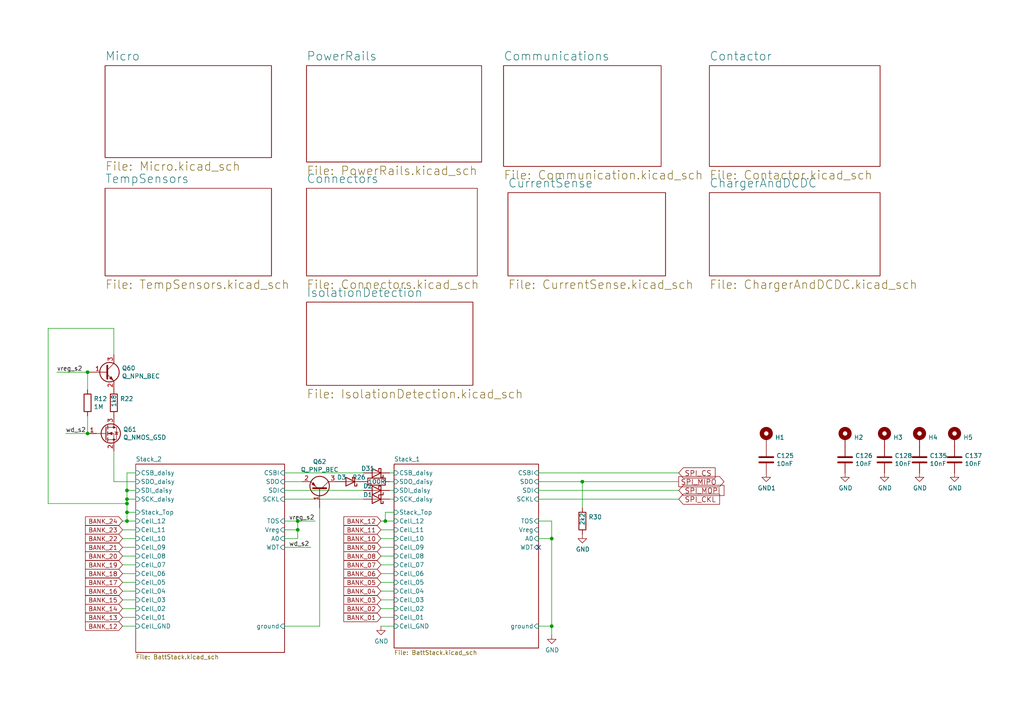
<source format=kicad_sch>
(kicad_sch (version 20211123) (generator eeschema)
  (paper "A4")
  (lib_symbols
    (symbol "Device:C" (pin_numbers hide) (pin_names (offset 0.254))
      (property "Reference" "C" (at 0.635 2.54 0))
      (property "Value" "C" (at 0.635 -2.54 0))
      (symbol "C_0_1"
        (polyline (pts (xy -2.032 -0.762) (xy 2.032 -0.762)) (stroke (width 0.508)))
        (polyline (pts (xy -2.032 0.762) (xy 2.032 0.762)) (stroke (width 0.508)))
      )
      (symbol "C_1_1"
        (pin passive line (at 0 3.81 270) (length 2.794) (name "~") (number "1"))
        (pin passive line (at 0 -3.81 90) (length 2.794) (name "~") (number "2"))
      )
    )
    (symbol "Device:D_Schottky" (pin_numbers hide) (pin_names (offset 1.016) hide)
      (property "Reference" "D" (at 0 2.54 0))
      (property "Value" "D_Schottky" (at 0 -2.54 0))
      (symbol "D_Schottky_0_1"
        (polyline (pts (xy 1.27 0) (xy -1.27 0)))
        (polyline (pts (xy 1.27 1.27) (xy 1.27 -1.27) (xy -1.27 0) (xy 1.27 1.27)) (stroke (width 0.254)))
        (polyline (pts (xy -1.905 0.635) (xy -1.905 1.27) (xy -1.27 1.27) (xy -1.27 -1.27) (xy -0.635 -1.27) (xy -0.635 -0.635)) (stroke (width 0.254)))
      )
      (symbol "D_Schottky_1_1"
        (pin passive line (at -3.81 0 0) (length 2.54) (name "K") (number "1"))
        (pin passive line (at 3.81 0 180) (length 2.54) (name "A") (number "2"))
      )
    )
    (symbol "Device:Q_NMOS_GSD" (pin_names (offset 0) hide)
      (property "Reference" "Q" (at 5.08 1.27 0))
      (property "Value" "Q_NMOS_GSD" (at 5.08 -1.27 0))
      (symbol "Q_NMOS_GSD_0_1"
        (polyline (pts (xy 0.254 0) (xy -2.54 0)))
        (polyline (pts (xy 0.254 1.905) (xy 0.254 -1.905)) (stroke (width 0.254)))
        (polyline (pts (xy 0.762 -1.27) (xy 0.762 -2.286)) (stroke (width 0.254)))
        (polyline (pts (xy 0.762 0.508) (xy 0.762 -0.508)) (stroke (width 0.254)))
        (polyline (pts (xy 0.762 2.286) (xy 0.762 1.27)) (stroke (width 0.254)))
        (polyline (pts (xy 2.54 2.54) (xy 2.54 1.778)))
        (polyline (pts (xy 2.54 -2.54) (xy 2.54 0) (xy 0.762 0)))
        (polyline (pts (xy 0.762 -1.778) (xy 3.302 -1.778) (xy 3.302 1.778) (xy 0.762 1.778)))
        (polyline (pts (xy 1.016 0) (xy 2.032 0.381) (xy 2.032 -0.381) (xy 1.016 0)) (fill (type outline)))
        (polyline (pts (xy 2.794 0.508) (xy 2.921 0.381) (xy 3.683 0.381) (xy 3.81 0.254)))
        (polyline (pts (xy 3.302 0.381) (xy 2.921 -0.254) (xy 3.683 -0.254) (xy 3.302 0.381)))
        (circle (center 1.651 0) (radius 2.794) (stroke (width 0.254)))
        (circle (center 2.54 -1.778) (radius 0.254) (fill (type outline)))
        (circle (center 2.54 1.778) (radius 0.254) (fill (type outline)))
      )
      (symbol "Q_NMOS_GSD_1_1"
        (pin input line (at -5.08 0 0) (length 2.54) (name "G") (number "1"))
        (pin passive line (at 2.54 -5.08 90) (length 2.54) (name "S") (number "2"))
        (pin passive line (at 2.54 5.08 270) (length 2.54) (name "D") (number "3"))
      )
    )
    (symbol "Device:Q_NPN_BEC" (pin_names (offset 0) hide)
      (property "Reference" "Q" (at 5.08 1.27 0))
      (property "Value" "Q_NPN_BEC" (at 5.08 -1.27 0))
      (symbol "Q_NPN_BEC_0_1"
        (polyline (pts (xy 0.635 0.635) (xy 2.54 2.54)))
        (polyline (pts (xy 0.635 -0.635) (xy 2.54 -2.54) (xy 2.54 -2.54)))
        (polyline (pts (xy 0.635 1.905) (xy 0.635 -1.905) (xy 0.635 -1.905)) (stroke (width 0.508)))
        (polyline (pts (xy 1.27 -1.778) (xy 1.778 -1.27) (xy 2.286 -2.286) (xy 1.27 -1.778) (xy 1.27 -1.778)) (fill (type outline)))
        (circle (center 1.27 0) (radius 2.8194) (stroke (width 0.254)))
      )
      (symbol "Q_NPN_BEC_1_1"
        (pin input line (at -5.08 0 0) (length 5.715) (name "B") (number "1"))
        (pin passive line (at 2.54 -5.08 90) (length 2.54) (name "E") (number "2"))
        (pin passive line (at 2.54 5.08 270) (length 2.54) (name "C") (number "3"))
      )
    )
    (symbol "Device:Q_PNP_BEC" (pin_names (offset 0) hide)
      (property "Reference" "Q" (at 5.08 1.27 0))
      (property "Value" "Q_PNP_BEC" (at 5.08 -1.27 0))
      (symbol "Q_PNP_BEC_0_1"
        (polyline (pts (xy 0.635 0.635) (xy 2.54 2.54)))
        (polyline (pts (xy 0.635 -0.635) (xy 2.54 -2.54) (xy 2.54 -2.54)))
        (polyline (pts (xy 0.635 1.905) (xy 0.635 -1.905) (xy 0.635 -1.905)) (stroke (width 0.508)))
        (polyline (pts (xy 2.286 -1.778) (xy 1.778 -2.286) (xy 1.27 -1.27) (xy 2.286 -1.778) (xy 2.286 -1.778)) (fill (type outline)))
        (circle (center 1.27 0) (radius 2.8194) (stroke (width 0.254)))
      )
      (symbol "Q_PNP_BEC_1_1"
        (pin input line (at -5.08 0 0) (length 5.715) (name "B") (number "1"))
        (pin passive line (at 2.54 -5.08 90) (length 2.54) (name "E") (number "2"))
        (pin passive line (at 2.54 5.08 270) (length 2.54) (name "C") (number "3"))
      )
    )
    (symbol "Device:R" (pin_numbers hide) (pin_names (offset 0))
      (property "Reference" "R" (at 2.032 0 90))
      (property "Value" "R" (at 0 0 90))
      (symbol "R_0_1"
        (rectangle (start -1.016 -2.54) (end 1.016 2.54) (stroke (width 0.254)))
      )
      (symbol "R_1_1"
        (pin passive line (at 0 3.81 270) (length 1.27) (name "~") (number "1"))
        (pin passive line (at 0 -3.81 90) (length 1.27) (name "~") (number "2"))
      )
    )
    (symbol "Mechanical:MountingHole_Pad" (pin_numbers hide) (pin_names (offset 1.016) hide)
      (property "Reference" "H" (at 0 6.35 0))
      (property "Value" "MountingHole_Pad" (at 0 4.445 0))
      (symbol "MountingHole_Pad_0_1"
        (circle (center 0 1.27) (radius 1.27) (stroke (width 1.27)))
      )
      (symbol "MountingHole_Pad_1_1"
        (pin input line (at 0 -2.54 90) (length 2.54) (name "1") (number "1"))
      )
    )
    (symbol "power:GND" (power) (pin_names (offset 0))
      (property "Value" "GND" (at 0 -3.81 0))
      (symbol "GND_0_1"
        (polyline (pts (xy 0 0) (xy 0 -1.27) (xy 1.27 -1.27) (xy 0 -2.54) (xy -1.27 -1.27) (xy 0 -1.27)))
      )
      (symbol "GND_1_1"
        (pin power_in line (at 0 0 270) (length 0) hide (name "GND") (number "1"))
      )
    )
    (symbol "power:GND1" (power) (pin_names (offset 0))
      (property "Value" "GND1" (at 0 -3.81 0))
      (symbol "GND1_0_1"
        (polyline (pts (xy 0 0) (xy 0 -1.27) (xy 1.27 -1.27) (xy 0 -2.54) (xy -1.27 -1.27) (xy 0 -1.27)))
      )
      (symbol "GND1_1_1"
        (pin power_in line (at 0 0 270) (length 0) hide (name "GND1") (number "1"))
      )
    )
  )
  (junction (at 36.83 144.78))
  (junction (at 36.83 148.59))
  (junction (at 36.83 142.24))
  (junction (at 111.76 151.13))
  (junction (at 25.4 125.73))
  (junction (at 36.83 146.05))
  (junction (at 86.36 153.67))
  (junction (at 168.91 139.7))
  (junction (at 25.4 107.95))
  (junction (at 86.36 151.13))
  (junction (at 160.02 156.21))
  (junction (at 36.83 151.13))
  (junction (at 160.02 181.61))
  (no_connect (at 156.21 158.75))
  (wire (pts (xy 82.55 156.21) (xy 86.36 156.21)))
  (wire (pts (xy 39.37 142.24) (xy 36.83 142.24)))
  (wire (pts (xy 35.56 156.21) (xy 39.37 156.21)))
  (wire (pts (xy 160.02 181.61) (xy 156.21 181.61)))
  (wire (pts (xy 25.4 107.95) (xy 16.51 107.95)))
  (wire (pts (xy 35.56 158.75) (xy 39.37 158.75)))
  (wire (pts (xy 35.56 153.67) (xy 39.37 153.67)))
  (wire (pts (xy 35.56 176.53) (xy 39.37 176.53)))
  (wire (pts (xy 156.21 137.16) (xy 196.85 137.16)))
  (wire (pts (xy 110.49 156.21) (xy 114.3 156.21)))
  (wire (pts (xy 82.55 144.78) (xy 105.41 144.78)))
  (wire (pts (xy 25.4 120.65) (xy 25.4 125.73)))
  (wire (pts (xy 36.83 137.16) (xy 39.37 137.16)))
  (wire (pts (xy 110.49 153.67) (xy 114.3 153.67)))
  (wire (pts (xy 36.83 148.59) (xy 36.83 151.13)))
  (wire (pts (xy 35.56 151.13) (xy 36.83 151.13)))
  (wire (pts (xy 113.03 144.78) (xy 114.3 144.78)))
  (wire (pts (xy 36.83 151.13) (xy 39.37 151.13)))
  (wire (pts (xy 82.55 137.16) (xy 105.41 137.16)))
  (wire (pts (xy 110.49 171.45) (xy 114.3 171.45)))
  (wire (pts (xy 82.55 139.7) (xy 87.63 139.7)))
  (wire (pts (xy 35.56 163.83) (xy 39.37 163.83)))
  (wire (pts (xy 35.56 173.99) (xy 39.37 173.99)))
  (wire (pts (xy 156.21 142.24) (xy 196.85 142.24)))
  (wire (pts (xy 110.49 176.53) (xy 114.3 176.53)))
  (wire (pts (xy 35.56 171.45) (xy 39.37 171.45)))
  (wire (pts (xy 25.4 113.03) (xy 25.4 107.95)))
  (wire (pts (xy 36.83 146.05) (xy 36.83 148.59)))
  (wire (pts (xy 156.21 144.78) (xy 196.85 144.78)))
  (wire (pts (xy 113.03 137.16) (xy 114.3 137.16)))
  (wire (pts (xy 110.49 179.07) (xy 114.3 179.07)))
  (wire (pts (xy 82.55 142.24) (xy 105.41 142.24)))
  (wire (pts (xy 160.02 156.21) (xy 160.02 151.13)))
  (wire (pts (xy 36.83 144.78) (xy 36.83 146.05)))
  (wire (pts (xy 39.37 148.59) (xy 36.83 148.59)))
  (wire (pts (xy 160.02 184.15) (xy 160.02 181.61)))
  (wire (pts (xy 33.02 95.25) (xy 33.02 102.87)))
  (wire (pts (xy 114.3 139.7) (xy 113.03 139.7)))
  (wire (pts (xy 156.21 156.21) (xy 160.02 156.21)))
  (wire (pts (xy 25.4 125.73) (xy 19.05 125.73)))
  (wire (pts (xy 86.36 153.67) (xy 86.36 151.13)))
  (wire (pts (xy 36.83 144.78) (xy 36.83 142.24)))
  (wire (pts (xy 111.76 151.13) (xy 114.3 151.13)))
  (wire (pts (xy 13.97 95.25) (xy 33.02 95.25)))
  (wire (pts (xy 114.3 148.59) (xy 111.76 148.59)))
  (wire (pts (xy 111.76 148.59) (xy 111.76 151.13)))
  (wire (pts (xy 82.55 158.75) (xy 90.17 158.75)))
  (wire (pts (xy 33.02 139.7) (xy 39.37 139.7)))
  (wire (pts (xy 168.91 139.7) (xy 196.85 139.7)))
  (wire (pts (xy 35.56 161.29) (xy 39.37 161.29)))
  (wire (pts (xy 110.49 166.37) (xy 114.3 166.37)))
  (wire (pts (xy 113.03 142.24) (xy 114.3 142.24)))
  (wire (pts (xy 13.97 146.05) (xy 13.97 95.25)))
  (wire (pts (xy 168.91 147.32) (xy 168.91 139.7)))
  (wire (pts (xy 110.49 173.99) (xy 114.3 173.99)))
  (wire (pts (xy 36.83 142.24) (xy 36.83 137.16)))
  (wire (pts (xy 82.55 181.61) (xy 92.71 181.61)))
  (wire (pts (xy 160.02 151.13) (xy 156.21 151.13)))
  (wire (pts (xy 86.36 156.21) (xy 86.36 153.67)))
  (wire (pts (xy 82.55 153.67) (xy 86.36 153.67)))
  (wire (pts (xy 110.49 161.29) (xy 114.3 161.29)))
  (wire (pts (xy 35.56 168.91) (xy 39.37 168.91)))
  (wire (pts (xy 110.49 158.75) (xy 114.3 158.75)))
  (wire (pts (xy 156.21 139.7) (xy 168.91 139.7)))
  (wire (pts (xy 110.49 168.91) (xy 114.3 168.91)))
  (wire (pts (xy 35.56 181.61) (xy 39.37 181.61)))
  (wire (pts (xy 86.36 151.13) (xy 91.44 151.13)))
  (wire (pts (xy 86.36 151.13) (xy 82.55 151.13)))
  (wire (pts (xy 160.02 156.21) (xy 160.02 181.61)))
  (wire (pts (xy 110.49 151.13) (xy 111.76 151.13)))
  (wire (pts (xy 39.37 144.78) (xy 36.83 144.78)))
  (wire (pts (xy 110.49 163.83) (xy 114.3 163.83)))
  (wire (pts (xy 92.71 181.61) (xy 92.71 147.32)))
  (wire (pts (xy 114.3 181.61) (xy 110.49 181.61)))
  (wire (pts (xy 35.56 179.07) (xy 39.37 179.07)))
  (wire (pts (xy 35.56 166.37) (xy 39.37 166.37)))
  (wire (pts (xy 36.83 146.05) (xy 13.97 146.05)))
  (wire (pts (xy 33.02 139.7) (xy 33.02 130.81)))
  (label "vreg_s2" (at 16.51 107.95 0))
  (label "wd_s2" (at 83.82 158.75 0))
  (label "wd_s2" (at 19.05 125.73 0))
  (label "vreg_s2" (at 83.82 151.13 0))
  (global_label "BANK_20" (shape input) (at 35.56 161.29 180) (property "Intersheet References" "${INTERSHEET_REFS}" (effects hide)))
  (global_label "BANK_06" (shape input) (at 110.49 166.37 180) (property "Intersheet References" "${INTERSHEET_REFS}" (effects hide)))
  (global_label "BANK_04" (shape input) (at 110.49 171.45 180) (property "Intersheet References" "${INTERSHEET_REFS}" (effects hide)))
  (global_label "BANK_24" (shape input) (at 35.56 151.13 180) (property "Intersheet References" "${INTERSHEET_REFS}" (effects hide)))
  (global_label "BANK_05" (shape input) (at 110.49 168.91 180) (property "Intersheet References" "${INTERSHEET_REFS}" (effects hide)))
  (global_label "BANK_12" (shape input) (at 110.49 151.13 180) (property "Intersheet References" "${INTERSHEET_REFS}" (effects hide)))
  (global_label "SPI_MOPI" (shape input) (at 196.85 142.24 0) (effects (font (size 1.4986 1.4986))) (property "Intersheet References" "${INTERSHEET_REFS}" (effects hide)))
  (global_label "SPI_CKL" (shape input) (at 196.85 144.78 0) (effects (font (size 1.4986 1.4986))) (property "Intersheet References" "${INTERSHEET_REFS}" (effects hide)))
  (global_label "SPI_CS" (shape input) (at 196.85 137.16 0) (effects (font (size 1.4986 1.4986))) (property "Intersheet References" "${INTERSHEET_REFS}" (effects hide)))
  (global_label "BANK_23" (shape input) (at 35.56 153.67 180) (property "Intersheet References" "${INTERSHEET_REFS}" (effects hide)))
  (global_label "BANK_15" (shape input) (at 35.56 173.99 180) (property "Intersheet References" "${INTERSHEET_REFS}" (effects hide)))
  (global_label "BANK_19" (shape input) (at 35.56 163.83 180) (property "Intersheet References" "${INTERSHEET_REFS}" (effects hide)))
  (global_label "BANK_03" (shape input) (at 110.49 173.99 180) (property "Intersheet References" "${INTERSHEET_REFS}" (effects hide)))
  (global_label "BANK_13" (shape input) (at 35.56 179.07 180) (property "Intersheet References" "${INTERSHEET_REFS}" (effects hide)))
  (global_label "BANK_22" (shape input) (at 35.56 156.21 180) (property "Intersheet References" "${INTERSHEET_REFS}" (effects hide)))
  (global_label "BANK_16" (shape input) (at 35.56 171.45 180) (property "Intersheet References" "${INTERSHEET_REFS}" (effects hide)))
  (global_label "BANK_14" (shape input) (at 35.56 176.53 180) (property "Intersheet References" "${INTERSHEET_REFS}" (effects hide)))
  (global_label "BANK_01" (shape input) (at 110.49 179.07 180) (property "Intersheet References" "${INTERSHEET_REFS}" (effects hide)))
  (global_label "BANK_08" (shape input) (at 110.49 161.29 180) (property "Intersheet References" "${INTERSHEET_REFS}" (effects hide)))
  (global_label "BANK_09" (shape input) (at 110.49 158.75 180) (property "Intersheet References" "${INTERSHEET_REFS}" (effects hide)))
  (global_label "BANK_02" (shape input) (at 110.49 176.53 180) (property "Intersheet References" "${INTERSHEET_REFS}" (effects hide)))
  (global_label "BANK_12" (shape input) (at 35.56 181.61 180) (property "Intersheet References" "${INTERSHEET_REFS}" (effects hide)))
  (global_label "BANK_18" (shape input) (at 35.56 166.37 180) (property "Intersheet References" "${INTERSHEET_REFS}" (effects hide)))
  (global_label "SPI_MIPO" (shape output) (at 196.85 139.7 0) (effects (font (size 1.4986 1.4986))) (property "Intersheet References" "${INTERSHEET_REFS}" (effects hide)))
  (global_label "BANK_10" (shape input) (at 110.49 156.21 180) (property "Intersheet References" "${INTERSHEET_REFS}" (effects hide)))
  (global_label "BANK_21" (shape input) (at 35.56 158.75 180) (property "Intersheet References" "${INTERSHEET_REFS}" (effects hide)))
  (global_label "BANK_17" (shape input) (at 35.56 168.91 180) (property "Intersheet References" "${INTERSHEET_REFS}" (effects hide)))
  (global_label "BANK_07" (shape input) (at 110.49 163.83 180) (property "Intersheet References" "${INTERSHEET_REFS}" (effects hide)))
  (global_label "BANK_11" (shape input) (at 110.49 153.67 180) (property "Intersheet References" "${INTERSHEET_REFS}" (effects hide)))
  (symbol (lib_id "Device:D_Schottky") (at 101.6 139.7 180) (unit 1)
    (property "Reference" "D3" (at 99.06 138.43 0))
    (property "Value" "D_Schottky" (effects hide))
    (property "Footprint" "Diode_SMD:D_SOD-123F" (effects hide))
    (property "Datasheet" "https://www.onsemi.com/pub/Collateral/RS1AFA-D.PDF" (effects hide))
    (property "MPN" "RS1GFA" (effects hide))
    (property "Part Number" "RS1GFA" (effects hide))
    (property "Digikey_PN" "S215FACT-ND" (effects hide))
  )
  (symbol (lib_id "Device:D_Schottky") (at 109.22 142.24 180) (unit 1)
    (property "Reference" "D2" (at 106.68 140.97 0))
    (property "Value" "D_Schottky" (effects hide))
    (property "Footprint" "Diode_SMD:D_SOD-123F" (effects hide))
    (property "Datasheet" "https://www.onsemi.com/pub/Collateral/RS1AFA-D.PDF" (effects hide))
    (property "MPN" "RS1GFA" (effects hide))
    (property "Part Number" "RS1GFA" (effects hide))
    (property "Digikey_PN" "S215FACT-ND" (effects hide))
  )
  (symbol (lib_id "Device:D_Schottky") (at 109.22 144.78 180) (unit 1)
    (property "Reference" "D1" (at 106.68 143.51 0))
    (property "Value" "D_Schottky" (effects hide))
    (property "Footprint" "Diode_SMD:D_SOD-123F" (effects hide))
    (property "Datasheet" "https://www.onsemi.com/pub/Collateral/RS1AFA-D.PDF" (effects hide))
    (property "MPN" "RS1GFA" (effects hide))
    (property "Part Number" "RS1GFA" (effects hide))
    (property "Digikey_PN" "S215FACT-ND" (effects hide))
  )
  (symbol (lib_id "power:GND") (at 110.49 181.61 0) (unit 1)
    (property "Reference" "#PWR0138" (effects hide))
    (property "Value" "GND" (at 110.617 186.0042 0))
  )
  (symbol (lib_id "Mechanical:MountingHole_Pad") (at 256.54 127 0) (unit 1)
    (property "Reference" "H3" (at 259.08 126.873 0) (effects (justify left)))
    (property "Value" "MountingHole_Pad" (effects hide))
    (property "Footprint" "Footprints:MountingHole_3.2mm_M3_Pad_Via" (effects hide))
  )
  (symbol (lib_id "Mechanical:MountingHole_Pad") (at 266.7 127 0) (unit 1)
    (property "Reference" "H4" (at 269.24 126.873 0) (effects (justify left)))
    (property "Value" "MountingHole_Pad" (effects hide))
    (property "Footprint" "Footprints:MountingHole_3.2mm_M3_Pad_Via" (effects hide))
  )
  (symbol (lib_id "Mechanical:MountingHole_Pad") (at 276.86 127 0) (unit 1)
    (property "Reference" "H5" (at 279.4 126.873 0) (effects (justify left)))
    (property "Value" "MountingHole_Pad" (effects hide))
    (property "Footprint" "Footprints:MountingHole_3.2mm_M3_Pad_Via" (effects hide))
  )
  (symbol (lib_id "Mechanical:MountingHole_Pad") (at 245.11 127 0) (unit 1)
    (property "Reference" "H2" (at 247.65 126.873 0) (effects (justify left)))
    (property "Value" "MountingHole_Pad" (effects hide))
    (property "Footprint" "Footprints:MountingHole_3.2mm_M3_Pad_Via" (effects hide))
  )
  (symbol (lib_id "Mechanical:MountingHole_Pad") (at 222.25 127 0) (unit 1)
    (property "Reference" "H1" (at 224.79 126.873 0) (effects (justify left)))
    (property "Value" "MountingHole_Pad" (effects hide))
    (property "Footprint" "Footprints:MountingHole_3.2mm_M3_Pad_Via" (effects hide))
  )
  (symbol (lib_id "Device:C") (at 245.11 133.35 0) (unit 1)
    (property "Reference" "C126" (at 248.031 132.1816 0) (effects (justify left)))
    (property "Value" "10nF" (at 248.031 134.493 0) (effects (justify left)))
    (property "Footprint" "Capacitor_SMD:C_0603_1608Metric" (effects hide))
    (property "MPN" "GCM188R72A103KA37D" (effects hide))
    (property "Part Number" "GCM188R72A103KA37D" (effects hide))
    (property "Digikey_PN" "490-4781-1-ND" (effects hide))
  )
  (symbol (lib_id "power:GND") (at 245.11 137.16 0) (unit 1)
    (property "Reference" "#PWR071" (effects hide))
    (property "Value" "GND" (at 245.237 141.5542 0))
  )
  (symbol (lib_id "Device:C") (at 256.54 133.35 0) (unit 1)
    (property "Reference" "C128" (at 259.461 132.1816 0) (effects (justify left)))
    (property "Value" "10nF" (at 259.461 134.493 0) (effects (justify left)))
    (property "Footprint" "Capacitor_SMD:C_0603_1608Metric" (effects hide))
    (property "MPN" "GCM188R72A103KA37D" (effects hide))
    (property "Part Number" "GCM188R72A103KA37D" (effects hide))
    (property "Digikey_PN" "490-4781-1-ND" (effects hide))
  )
  (symbol (lib_id "power:GND") (at 256.54 137.16 0) (unit 1)
    (property "Reference" "#PWR072" (effects hide))
    (property "Value" "GND" (at 256.667 141.5542 0))
  )
  (symbol (lib_id "Device:C") (at 266.7 133.35 0) (unit 1)
    (property "Reference" "C135" (at 269.621 132.1816 0) (effects (justify left)))
    (property "Value" "10nF" (at 269.621 134.493 0) (effects (justify left)))
    (property "Footprint" "Capacitor_SMD:C_0603_1608Metric" (effects hide))
    (property "MPN" "GCM188R72A103KA37D" (effects hide))
    (property "Part Number" "GCM188R72A103KA37D" (effects hide))
    (property "Digikey_PN" "490-4781-1-ND" (effects hide))
  )
  (symbol (lib_id "power:GND") (at 266.7 137.16 0) (unit 1)
    (property "Reference" "#PWR073" (effects hide))
    (property "Value" "GND" (at 266.827 141.5542 0))
  )
  (symbol (lib_id "Device:C") (at 276.86 133.35 0) (unit 1)
    (property "Reference" "C137" (at 279.781 132.1816 0) (effects (justify left)))
    (property "Value" "10nF" (at 279.781 134.493 0) (effects (justify left)))
    (property "Footprint" "Capacitor_SMD:C_0603_1608Metric" (effects hide))
    (property "MPN" "GCM188R72A103KA37D" (effects hide))
    (property "Part Number" "GCM188R72A103KA37D" (effects hide))
    (property "Digikey_PN" "490-4781-1-ND" (effects hide))
  )
  (symbol (lib_id "power:GND") (at 276.86 137.16 0) (unit 1)
    (property "Reference" "#PWR074" (effects hide))
    (property "Value" "GND" (at 276.987 141.5542 0))
  )
  (symbol (lib_id "Device:C") (at 222.25 133.35 0) (unit 1)
    (property "Reference" "C125" (at 225.171 132.1816 0) (effects (justify left)))
    (property "Value" "10nF" (at 225.171 134.493 0) (effects (justify left)))
    (property "Footprint" "Capacitor_SMD:C_0603_1608Metric" (effects hide))
    (property "MPN" "GCM188R72A103KA37D" (effects hide))
    (property "Part Number" "GCM188R72A103KA37D" (effects hide))
    (property "Digikey_PN" "490-4781-1-ND" (effects hide))
  )
  (symbol (lib_id "power:GND1") (at 222.25 137.16 0) (unit 1)
    (property "Reference" "#PWR055" (effects hide))
    (property "Value" "GND1" (at 222.377 141.5542 0))
  )
  (symbol (lib_id "Device:Q_PNP_BEC") (at 92.71 142.24 270) (mirror x) (unit 1)
    (property "Reference" "Q62" (at 92.71 133.9088 90))
    (property "Value" "Q_PNP_BEC" (at 92.71 136.2202 90))
    (property "Footprint" "Package_TO_SOT_SMD:SOT-23" (effects hide))
    (property "Datasheet" "https://my.centralsemi.com/datasheets/CMPT5401.PDF" (effects hide))
    (property "Part Number" "CMPT5401 TR PBFREE" (effects hide))
    (property "Digikey_PN" "1514-CMPT5401TRPBFREECT-ND" (effects hide))
  )
  (symbol (lib_id "Device:R") (at 109.22 139.7 270) (unit 1)
    (property "Reference" "R26" (at 104.14 138.43 90))
    (property "Value" "100R" (at 109.22 139.7 90))
    (property "Footprint" "Resistor_SMD:R_0603_1608Metric" (effects hide))
    (property "MPN" "AC0603FR-07100RL" (effects hide))
    (property "Part Number" "AC0603FR-07100RL" (effects hide))
    (property "Digikey_PN" "YAG3561CT-ND" (effects hide))
  )
  (symbol (lib_id "Device:D_Schottky") (at 109.22 137.16 180) (unit 1)
    (property "Reference" "D31" (at 106.68 135.89 0))
    (property "Value" "D_Schottky" (effects hide))
    (property "Footprint" "Diode_SMD:D_SOD-123F" (effects hide))
    (property "Datasheet" "https://www.onsemi.com/pub/Collateral/RS1AFA-D.PDF" (effects hide))
    (property "MPN" "RS1GFA" (effects hide))
    (property "Part Number" "RS1GFA" (effects hide))
    (property "Digikey_PN" "S215FACT-ND" (effects hide))
  )
  (symbol (lib_id "Device:R") (at 168.91 151.13 0) (unit 1)
    (property "Reference" "R30" (at 170.688 149.9616 0) (effects (justify left)))
    (property "Value" "2k2" (at 168.91 152.4 90) (effects (justify left)))
    (property "Footprint" "Resistor_SMD:R_0603_1608Metric" (effects hide))
    (property "Digikey_PN" "RMCF0603FT2K20CT-ND" (effects hide))
    (property "MPN" "RMCF0603FT2K20" (effects hide))
    (property "Part Number" "RMCF0603FT2K20" (effects hide))
  )
  (symbol (lib_id "power:GND") (at 168.91 154.94 0) (unit 1)
    (property "Reference" "#PWR02" (effects hide))
    (property "Value" "GND" (at 169.037 159.3342 0))
  )
  (symbol (lib_id "Device:Q_NMOS_GSD") (at 30.48 125.73 0) (unit 1)
    (property "Reference" "Q61" (at 35.687 124.5616 0) (effects (justify left)))
    (property "Value" "Q_NMOS_GSD" (at 35.687 126.873 0) (effects (justify left)))
    (property "Footprint" "Package_TO_SOT_SMD:SOT-23" (effects hide))
    (property "Datasheet" "https://ww1.microchip.com/downloads/en/DeviceDoc/TN5335-N-Channel-Enhancement-Mode-Vertical-DMOS-FET-Data-Sheet-20005955A.pdf" (effects hide))
    (property "Part Number" "TN5335K1-G" (effects hide))
    (property "MPN" "TN5335K1-G" (effects hide))
    (property "Digikey_PN" "TN5335K1-GCT-ND" (effects hide))
  )
  (symbol (lib_id "Device:Q_NPN_BEC") (at 30.48 107.95 0) (unit 1)
    (property "Reference" "Q60" (at 35.3314 106.7816 0) (effects (justify left)))
    (property "Value" "Q_NPN_BEC" (at 35.3314 109.093 0) (effects (justify left)))
    (property "Footprint" "Package_TO_SOT_SMD:SOT-23" (effects hide))
    (property "Datasheet" "https://www.diodes.com/assets/Datasheets/ds30062.pdf" (effects hide))
    (property "Part Number" "MMBTA42-7-F" (effects hide))
    (property "MPN" "MMBTA42-7-F" (effects hide))
    (property "Digikey_PN" "FMMTA42CT-ND" (effects hide))
  )
  (symbol (lib_id "Device:R") (at 33.02 116.84 0) (unit 1)
    (property "Reference" "R22" (at 34.798 115.6716 0) (effects (justify left)))
    (property "Value" "1k8" (at 33.02 118.11 90) (effects (justify left)))
    (property "Footprint" "Resistor_SMD:R_0603_1608Metric" (effects hide))
    (property "Digikey_PN" "RMCF0603JG1K80CT-ND" (effects hide))
    (property "MPN" "RMCF0603JG1K80" (effects hide))
    (property "Part Number" "RMCF0603JG1K80" (effects hide))
  )
  (symbol (lib_id "Device:R") (at 25.4 116.84 0) (unit 1)
    (property "Reference" "R12" (at 27.178 115.6716 0) (effects (justify left)))
    (property "Value" "1M" (at 27.178 117.983 0) (effects (justify left)))
    (property "Footprint" "Resistor_SMD:R_0603_1608Metric" (effects hide))
    (property "Datasheet" "http://www.yageo.com/NewPortal/yageodocoutput?fileName=/pdf/R-Chip/PYu-AC_51_RoHS_L_6.pdf" (effects hide))
    (property "MPN" "AC0603FR-071ML" (effects hide))
    (property "Part Number" "AC0603FR-071ML" (effects hide))
    (property "Digikey_PN" "311-1MLDCT-ND" (effects hide))
  )
  (symbol (lib_id "power:GND") (at 160.02 184.15 0) (unit 1)
    (property "Reference" "#PWR0254" (effects hide))
    (property "Value" "GND" (at 160.147 188.5442 0))
  )
  (sheet (at 30.48 19.05) (size 48.26 26.67)
    (property "Sheet name" "Micro" (at 30.48 17.7288 0) (effects (font (size 2.4892 2.4892)) (justify left bottom)))
    (property "Sheet file" "Micro.kicad_sch" (at 30.48 46.7923 0) (effects (font (size 2.4892 2.4892)) (justify left top)))
  )
  (sheet (at 88.9 19.05) (size 50.8 27.94)
    (property "Sheet name" "PowerRails" (at 88.9 17.7288 0) (effects (font (size 2.4892 2.4892)) (justify left bottom)))
    (property "Sheet file" "PowerRails.kicad_sch" (at 88.9 48.0623 0) (effects (font (size 2.4892 2.4892)) (justify left top)))
  )
  (sheet (at 114.3 134.62) (size 41.91 53.34)
    (property "Sheet name" "Stack_1" (at 114.3 133.9084 0) (effects (justify left bottom)))
    (property "Sheet file" "BattStack.kicad_sch" (at 114.3 188.5446 0) (effects (justify left top)))
    (pin "TOS" input (at 156.21 151.13 0))
    (pin "Vreg" input (at 156.21 153.67 0))
    (pin "SCKL" input (at 156.21 144.78 0))
    (pin "SDI" input (at 156.21 142.24 0))
    (pin "SDO" input (at 156.21 139.7 0))
    (pin "CSBI" input (at 156.21 137.16 0))
    (pin "Cell_12" input (at 114.3 151.13 180))
    (pin "Cell_11" input (at 114.3 153.67 180))
    (pin "Cell_10" input (at 114.3 156.21 180))
    (pin "Cell_09" input (at 114.3 158.75 180))
    (pin "Cell_08" input (at 114.3 161.29 180))
    (pin "Cell_07" input (at 114.3 163.83 180))
    (pin "Cell_06" input (at 114.3 166.37 180))
    (pin "Cell_05" input (at 114.3 168.91 180))
    (pin "Cell_04" input (at 114.3 171.45 180))
    (pin "Cell_03" input (at 114.3 173.99 180))
    (pin "Cell_01" input (at 114.3 179.07 180))
    (pin "Cell_GND" input (at 114.3 181.61 180))
    (pin "Cell_02" input (at 114.3 176.53 180))
    (pin "Stack_Top" input (at 114.3 148.59 180))
    (pin "ground" input (at 156.21 181.61 0))
    (pin "CSB_daisy" input (at 114.3 137.16 180))
    (pin "SDI_daisy" input (at 114.3 142.24 180))
    (pin "SCK_daisy" input (at 114.3 144.78 180))
    (pin "A0" input (at 156.21 156.21 0))
    (pin "SDO_daisy" input (at 114.3 139.7 180))
    (pin "WDT" input (at 156.21 158.75 0))
  )
  (sheet (at 39.37 134.62) (size 43.18 54.61)
    (property "Sheet name" "Stack_2" (at 39.37 133.9084 0) (effects (justify left bottom)))
    (property "Sheet file" "BattStack.kicad_sch" (at 39.37 189.8146 0) (effects (justify left top)))
    (pin "TOS" input (at 82.55 151.13 0))
    (pin "Vreg" input (at 82.55 153.67 0))
    (pin "SCKL" input (at 82.55 144.78 0))
    (pin "SDI" input (at 82.55 142.24 0))
    (pin "SDO" input (at 82.55 139.7 0))
    (pin "CSBI" input (at 82.55 137.16 0))
    (pin "Cell_12" input (at 39.37 151.13 180))
    (pin "Cell_11" input (at 39.37 153.67 180))
    (pin "Cell_10" input (at 39.37 156.21 180))
    (pin "Cell_09" input (at 39.37 158.75 180))
    (pin "Cell_08" input (at 39.37 161.29 180))
    (pin "Cell_07" input (at 39.37 163.83 180))
    (pin "Cell_06" input (at 39.37 166.37 180))
    (pin "Cell_05" input (at 39.37 168.91 180))
    (pin "Cell_04" input (at 39.37 171.45 180))
    (pin "Cell_03" input (at 39.37 173.99 180))
    (pin "Cell_01" input (at 39.37 179.07 180))
    (pin "Cell_GND" input (at 39.37 181.61 180))
    (pin "Cell_02" input (at 39.37 176.53 180))
    (pin "Stack_Top" input (at 39.37 148.59 180))
    (pin "ground" input (at 82.55 181.61 0))
    (pin "CSB_daisy" input (at 39.37 137.16 180))
    (pin "SDI_daisy" input (at 39.37 142.24 180))
    (pin "SCK_daisy" input (at 39.37 144.78 180))
    (pin "A0" input (at 82.55 156.21 0))
    (pin "SDO_daisy" input (at 39.37 139.7 180))
    (pin "WDT" input (at 82.55 158.75 0))
  )
  (sheet (at 146.05 19.05) (size 45.72 29.21)
    (property "Sheet name" "Communications" (at 146.05 17.7288 0) (effects (font (size 2.4892 2.4892)) (justify left bottom)))
    (property "Sheet file" "Communication.kicad_sch" (at 146.05 49.3323 0) (effects (font (size 2.4892 2.4892)) (justify left top)))
  )
  (sheet (at 30.48 54.61) (size 48.26 25.4)
    (property "Sheet name" "TempSensors" (at 30.48 53.2888 0) (effects (font (size 2.4892 2.4892)) (justify left bottom)))
    (property "Sheet file" "TempSensors.kicad_sch" (at 30.48 81.0823 0) (effects (font (size 2.4892 2.4892)) (justify left top)))
  )
  (sheet (at 88.9 54.61) (size 49.53 25.4)
    (property "Sheet name" "Connectors" (at 88.9 53.2888 0) (effects (font (size 2.4892 2.4892)) (justify left bottom)))
    (property "Sheet file" "Connectors.kicad_sch" (at 88.9 81.0823 0) (effects (font (size 2.4892 2.4892)) (justify left top)))
  )
  (sheet (at 147.32 55.88) (size 45.72 24.13)
    (property "Sheet name" "CurrentSense" (at 147.32 54.5588 0) (effects (font (size 2.4892 2.4892)) (justify left bottom)))
    (property "Sheet file" "CurrentSense.kicad_sch" (at 147.32 81.0823 0) (effects (font (size 2.4892 2.4892)) (justify left top)))
  )
  (sheet (at 205.74 19.05) (size 49.53 29.21)
    (property "Sheet name" "Contactor" (at 205.74 17.7288 0) (effects (font (size 2.4892 2.4892)) (justify left bottom)))
    (property "Sheet file" "Contactor.kicad_sch" (at 205.74 49.3323 0) (effects (font (size 2.4892 2.4892)) (justify left top)))
  )
  (sheet (at 205.74 55.88) (size 49.53 24.13)
    (property "Sheet name" "ChargerAndDCDC" (at 205.74 54.5588 0) (effects (font (size 2.4892 2.4892)) (justify left bottom)))
    (property "Sheet file" "ChargerAndDCDC.kicad_sch" (at 205.74 81.0823 0) (effects (font (size 2.4892 2.4892)) (justify left top)))
  )
  (sheet (at 88.9 87.63) (size 48.26 24.13)
    (property "Sheet name" "IsolationDetection" (at 88.9 86.3088 0) (effects (font (size 2.4892 2.4892)) (justify left bottom)))
    (property "Sheet file" "IsolationDetection.kicad_sch" (at 88.9 112.8323 0) (effects (font (size 2.4892 2.4892)) (justify left top)))
  )
)
</source>
